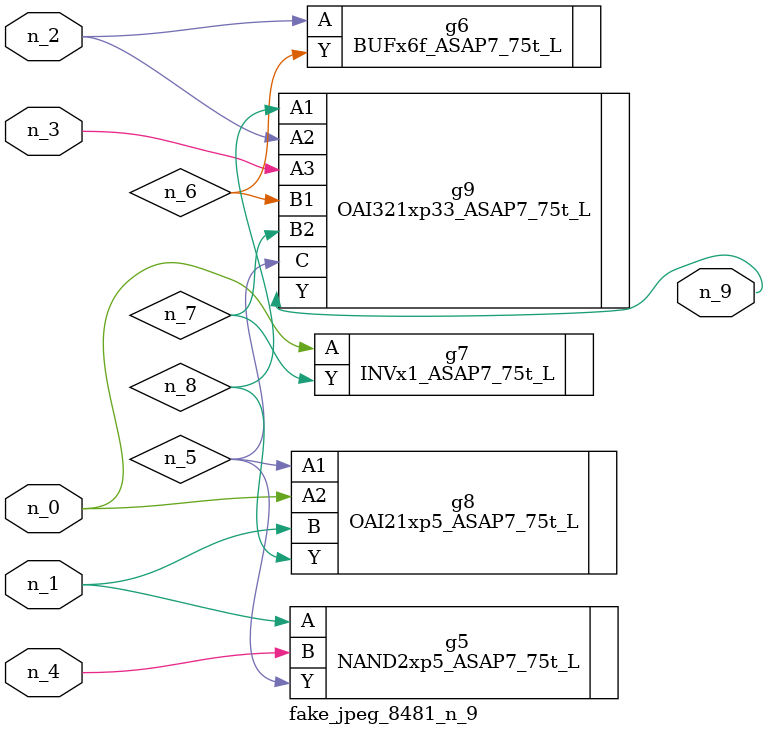
<source format=v>
module fake_jpeg_8481_n_9 (n_3, n_2, n_1, n_0, n_4, n_9);

input n_3;
input n_2;
input n_1;
input n_0;
input n_4;

output n_9;

wire n_8;
wire n_6;
wire n_5;
wire n_7;

NAND2xp5_ASAP7_75t_L g5 ( 
.A(n_1),
.B(n_4),
.Y(n_5)
);

BUFx6f_ASAP7_75t_L g6 ( 
.A(n_2),
.Y(n_6)
);

INVx1_ASAP7_75t_L g7 ( 
.A(n_0),
.Y(n_7)
);

OAI21xp5_ASAP7_75t_L g8 ( 
.A1(n_5),
.A2(n_0),
.B(n_1),
.Y(n_8)
);

OAI321xp33_ASAP7_75t_L g9 ( 
.A1(n_8),
.A2(n_2),
.A3(n_3),
.B1(n_6),
.B2(n_7),
.C(n_5),
.Y(n_9)
);


endmodule
</source>
